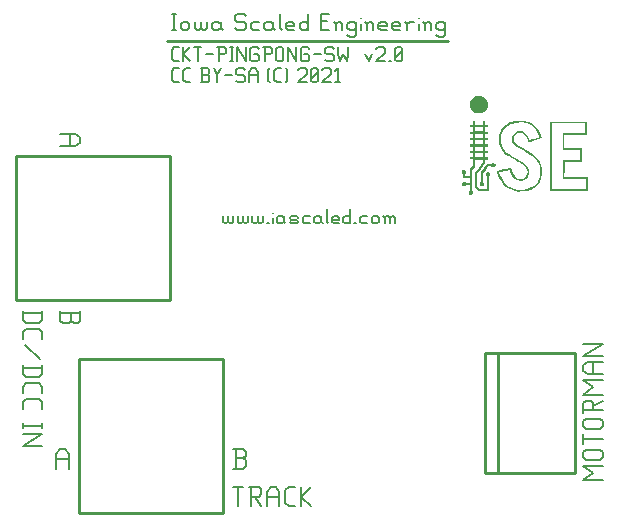
<source format=gbr>
G04 start of page 8 for group -4079 idx -4079 *
G04 Title: (unknown), topsilk *
G04 Creator: pcb 4.0.2 *
G04 CreationDate: Mon Jan 25 18:16:20 2021 UTC *
G04 For: ndholmes *
G04 Format: Gerber/RS-274X *
G04 PCB-Dimensions (mil): 2000.00 2000.00 *
G04 PCB-Coordinate-Origin: lower left *
%MOIN*%
%FSLAX25Y25*%
%LNTOPSILK*%
%ADD49C,0.0065*%
%ADD48C,0.0070*%
%ADD47C,0.0060*%
%ADD46C,0.0100*%
%ADD45C,0.0001*%
G54D45*G36*
X155934Y134825D02*X155049Y135112D01*
X154284Y135671D01*
X153736Y136403D01*
X153449Y137266D01*
X153411Y137906D01*
X153492Y138525D01*
X153802Y139290D01*
X154322Y139941D01*
X155169Y140516D01*
X156140Y140759D01*
X157149Y140672D01*
X158093Y140245D01*
X158646Y139740D01*
X159070Y139122D01*
X159303Y138438D01*
X159373Y137711D01*
X159265Y136984D01*
X158999Y136311D01*
X158592Y135763D01*
X158077Y135318D01*
X157475Y134998D01*
X156824Y134825D01*
X156373Y134803D01*
X155934Y134825D01*
G37*
G36*
X157100Y110666D02*X156818Y110855D01*
X156639Y111143D01*
X156634Y111577D01*
X156861Y111930D01*
X156992Y112022D01*
X157003Y112483D01*
X157008Y113595D01*
Y115169D01*
X158104Y116547D01*
X159194Y117930D01*
X160524D01*
X160610Y118050D01*
X160838Y118245D01*
X160990Y118310D01*
X161196Y118321D01*
X161397Y118315D01*
X161549Y118245D01*
X161771Y118055D01*
X161907Y117811D01*
X161923Y117529D01*
X161858Y117257D01*
X161582Y116970D01*
X161196Y116856D01*
X160638Y117105D01*
X160513Y117241D01*
X159525D01*
X158608Y116086D01*
X157697Y114930D01*
Y112033D01*
X157800Y111962D01*
X158060Y111566D01*
X158028Y111067D01*
X157643Y110693D01*
X157100Y110660D01*
Y110666D01*
G37*
G36*
X179963Y120578D02*X180603Y120583D01*
X180597Y109684D01*
X192023D01*
Y112841D01*
X184249D01*
Y119362D01*
X189934D01*
Y122531D01*
X184249D01*
Y128314D01*
X191709D01*
Y131483D01*
X180614D01*
X180603Y120583D01*
X179963Y120578D01*
Y132107D01*
X192343D01*
Y127696D01*
X184883D01*
Y123176D01*
X190564D01*
Y118766D01*
X184900D01*
X184889Y116134D01*
X184883Y113503D01*
X192647D01*
Y109065D01*
X179963D01*
Y120578D01*
G37*
G36*
X169378Y108772D02*X167560Y109114D01*
X165976Y109836D01*
X164869Y110714D01*
X163925Y111821D01*
X163063Y113384D01*
X162417Y115239D01*
X162319Y115608D01*
X164739Y116124D01*
X165672Y116324D01*
X166448Y116487D01*
X166974Y116590D01*
X167175Y116623D01*
X167229Y116411D01*
X167278Y116161D01*
X167360Y115825D01*
X167723Y114800D01*
X168238Y113975D01*
X168884Y113367D01*
X169655Y113004D01*
X169893Y112961D01*
X170289Y112944D01*
X170680Y112961D01*
X170935Y113004D01*
X171955Y113590D01*
X172514Y114626D01*
X172568Y115255D01*
X172514Y115852D01*
X173116Y116026D01*
X173154Y114610D01*
X172796Y113660D01*
X172166Y112928D01*
X171309Y112467D01*
X170273Y112299D01*
X168944Y112602D01*
X167875Y113427D01*
X167083Y114670D01*
X166882Y115196D01*
X166736Y115700D01*
X166687Y115869D01*
X166638Y115885D01*
X166486Y115858D01*
X166128Y115782D01*
X165602Y115668D01*
X164972Y115532D01*
X163822Y115288D01*
X163285Y115169D01*
X163122Y115120D01*
Y115087D01*
X163171Y114903D01*
X163296Y114534D01*
X163442Y114127D01*
X163567Y113801D01*
X164565Y112022D01*
X165851Y110693D01*
X167425Y109825D01*
X169296Y109407D01*
X169692Y109396D01*
X170240D01*
X170788Y109412D01*
X171211Y109445D01*
X172541Y109700D01*
X173702Y110134D01*
X174602Y110666D01*
X175356Y111322D01*
X175959Y112103D01*
X176425Y113009D01*
X176653Y113704D01*
X176810Y114490D01*
X176859Y115445D01*
X176810Y116379D01*
X176583Y117366D01*
X176225Y118256D01*
X175704Y119075D01*
X175020Y119856D01*
X174320Y120502D01*
X173512Y121099D01*
X172438Y121760D01*
X170946Y122590D01*
X169801Y123225D01*
X169009Y123703D01*
X168456Y124104D01*
X168027Y124506D01*
X167479Y125292D01*
X167311Y126160D01*
X167457Y127202D01*
X167891Y128016D01*
X168596Y128580D01*
X169551Y128862D01*
X170132Y128879D01*
X170707Y128813D01*
X171477Y128520D01*
X172145Y127994D01*
X172720Y127229D01*
X173214Y126209D01*
X173300Y126009D01*
X173360Y125965D01*
X173523Y126014D01*
X173902Y126117D01*
X174412Y126269D01*
X174998Y126437D01*
X175574Y126605D01*
X176073Y126757D01*
X176431Y126860D01*
X176572Y126904D01*
X176545Y127028D01*
X176458Y127305D01*
X176333Y127647D01*
X176214Y127962D01*
X175536Y129177D01*
X174646Y130181D01*
X173572Y130956D01*
X172318Y131483D01*
X170561Y131786D01*
X168640Y131700D01*
X166893Y131239D01*
X165493Y130403D01*
X164793Y129676D01*
X164251Y128792D01*
X163882Y127766D01*
X163681Y126616D01*
X163654Y125840D01*
X163692Y125130D01*
X163931Y124148D01*
X164370Y123242D01*
X165010Y122401D01*
X165873Y121609D01*
X166415Y121202D01*
X167045Y120789D01*
X167848Y120312D01*
X168933Y119704D01*
X169660Y119303D01*
X170202Y118994D01*
X170626Y118739D01*
X171000Y118500D01*
X172432Y117290D01*
X173116Y116026D01*
X172514Y115852D01*
X171917Y116921D01*
X170658Y117968D01*
X170295Y118201D01*
X169888Y118446D01*
X169372Y118739D01*
X168678Y119118D01*
X167300Y119894D01*
X166285Y120523D01*
X165510Y121088D01*
X164853Y121668D01*
X164104Y122509D01*
X163567Y123393D01*
X163149Y124576D01*
X163019Y125889D01*
X163111Y127175D01*
X163404Y128374D01*
X164164Y129898D01*
X165325Y131081D01*
X166855Y131906D01*
X168727Y132345D01*
X170186Y132427D01*
X171570Y132302D01*
X172845Y131976D01*
X173984Y131450D01*
X175123Y130604D01*
X176062Y129519D01*
X176789Y128217D01*
X177282Y126714D01*
X177342Y126459D01*
X175140Y125819D01*
X174277Y125575D01*
X173572Y125374D01*
X173094Y125244D01*
X172915Y125200D01*
X172839Y125401D01*
X172611Y126003D01*
X172351Y126578D01*
X171591Y127647D01*
X170642Y128179D01*
X170007Y128244D01*
X169356Y128195D01*
X168499Y127723D01*
X168162Y127262D01*
X167978Y126665D01*
X167940Y126182D01*
X167978Y125770D01*
X168325Y125119D01*
X169052Y124451D01*
X169405Y124207D01*
X169844Y123931D01*
X170419Y123605D01*
X171190Y123182D01*
X172058Y122710D01*
X172741Y122325D01*
X173300Y121994D01*
X173778Y121685D01*
X175004Y120757D01*
X175970Y119769D01*
X176697Y118717D01*
X177185Y117577D01*
X177461Y116205D01*
X177467Y114773D01*
X177212Y113373D01*
X176702Y112109D01*
X175905Y110991D01*
X174863Y110080D01*
X173593Y109402D01*
X172128Y108957D01*
X170750Y108783D01*
X169378Y108778D01*
Y108772D01*
G37*
G36*
X153536Y107752D02*X153140Y108023D01*
X153004Y108468D01*
X153058Y108783D01*
X153254Y109033D01*
X153384Y109147D01*
Y111029D01*
X152711D01*
X152234Y111024D01*
X152038Y111007D01*
X151946Y110883D01*
X151593Y110660D01*
X151165D01*
X150866Y110850D01*
X150682Y111143D01*
X150655Y111474D01*
X150763Y111767D01*
X150980Y111989D01*
X151295Y112109D01*
X151675Y112055D01*
X151984Y111816D01*
X152049Y111718D01*
X152717D01*
X153384Y111713D01*
Y113210D01*
X151051D01*
Y113943D01*
X151046Y114670D01*
X150948Y114740D01*
X150780Y114919D01*
X150671Y115136D01*
X150682Y115570D01*
X150866Y115858D01*
X151154Y116037D01*
X151490Y116069D01*
X151783Y115966D01*
X152006Y115744D01*
X152125Y115424D01*
X152071Y115049D01*
X151832Y114740D01*
X151735Y114670D01*
Y113894D01*
X153384D01*
Y116199D01*
X153850Y116791D01*
X154322Y117382D01*
Y119449D01*
X153411D01*
Y120236D01*
X157795D01*
Y121609D01*
X154979D01*
Y120236D01*
X154322D01*
Y121609D01*
X153411D01*
Y122368D01*
X154312D01*
Y123735D01*
X154995Y123762D01*
X154990Y123100D01*
X154984Y122629D01*
X154995Y122411D01*
X155060Y122401D01*
X155283Y122390D01*
X155717Y122384D01*
X156400Y122379D01*
X157795D01*
Y123762D01*
X154995D01*
X154312Y123735D01*
X153411D01*
Y124495D01*
X154322D01*
X154979Y124522D01*
X157795D01*
Y125895D01*
X154979D01*
Y124522D01*
X154322Y124495D01*
Y125867D01*
X153411D01*
Y126627D01*
X154312D01*
X154322Y128005D01*
X154979Y128048D01*
Y127370D01*
X154984Y126887D01*
X155001Y126670D01*
X155413Y126660D01*
X156400Y126654D01*
X157784D01*
X157789Y127343D01*
Y127359D01*
X157800Y128048D01*
X154979D01*
X154322Y128005D01*
X153411D01*
Y128765D01*
X154312D01*
Y130137D01*
X154995Y130191D01*
X154990Y129535D01*
X154984Y129058D01*
X154995Y128840D01*
X155060Y128830D01*
X155283Y128819D01*
X155717Y128813D01*
X156400Y128808D01*
X157800D01*
X157789Y129502D01*
X157784Y130191D01*
X154995D01*
X154312Y130137D01*
X153411D01*
Y130897D01*
X154322D01*
Y132139D01*
X154979D01*
Y130897D01*
X157795D01*
Y132139D01*
X158484D01*
Y130897D01*
X159395D01*
Y130137D01*
X158484D01*
Y128737D01*
X159395D01*
Y127978D01*
X158484D01*
Y126584D01*
X159395D01*
Y125824D01*
X158484D01*
Y124451D01*
X159395D01*
Y123692D01*
X158484D01*
Y122298D01*
X159395D01*
Y121538D01*
X158484D01*
Y120165D01*
X159395D01*
Y119379D01*
X158484D01*
X158478Y118793D01*
Y118201D01*
X157062Y116411D01*
X155641Y114626D01*
Y110617D01*
X156617Y109640D01*
X159037D01*
Y111762D01*
X159032Y112586D01*
Y113259D01*
X159026Y113715D01*
X159021Y113877D01*
X158896Y113970D01*
X158652Y114436D01*
X158787Y114952D01*
X159363Y115261D01*
X159965Y114990D01*
X160122Y114425D01*
X159824Y113915D01*
X159726Y113845D01*
Y108957D01*
X156335D01*
X154979Y110313D01*
Y114887D01*
X156389Y116666D01*
X157795Y118446D01*
Y119384D01*
X154979D01*
Y117046D01*
X154067Y115896D01*
Y109065D01*
X154133Y109033D01*
X154312Y108864D01*
X154442Y108631D01*
X154409Y108116D01*
X154062Y107736D01*
X153796Y107676D01*
X153536Y107687D01*
Y107752D01*
G37*
G54D46*X146000Y159000D02*X52500D01*
G54D47*X54819Y152150D02*X56340D01*
X54000Y152969D02*X54819Y152150D01*
X54000Y156011D02*Y152969D01*
Y156011D02*X54819Y156830D01*
X56340D01*
X57744D02*Y152150D01*
Y154490D02*X60084Y156830D01*
X57744Y154490D02*X60084Y152150D01*
X61488Y156830D02*X63828D01*
X62658D02*Y152150D01*
X65232Y154490D02*X67572D01*
X69561Y156830D02*Y152150D01*
X68976Y156830D02*X71316D01*
X71901Y156245D01*
Y155075D01*
X71316Y154490D02*X71901Y155075D01*
X69561Y154490D02*X71316D01*
X73305Y156830D02*X74475D01*
X73890D02*Y152150D01*
X73305D02*X74475D01*
X75879Y156830D02*Y152150D01*
Y156830D02*X78804Y152150D01*
Y156830D02*Y152150D01*
X82548Y156830D02*X83133Y156245D01*
X80793Y156830D02*X82548D01*
X80208Y156245D02*X80793Y156830D01*
X80208Y156245D02*Y152735D01*
X80793Y152150D01*
X82548D01*
X83133Y152735D01*
Y153905D02*Y152735D01*
X82548Y154490D02*X83133Y153905D01*
X81378Y154490D02*X82548D01*
X85122Y156830D02*Y152150D01*
X84537Y156830D02*X86877D01*
X87462Y156245D01*
Y155075D01*
X86877Y154490D02*X87462Y155075D01*
X85122Y154490D02*X86877D01*
X88866Y156245D02*Y152735D01*
Y156245D02*X89451Y156830D01*
X90621D01*
X91206Y156245D01*
Y152735D01*
X90621Y152150D02*X91206Y152735D01*
X89451Y152150D02*X90621D01*
X88866Y152735D02*X89451Y152150D01*
X92610Y156830D02*Y152150D01*
Y156830D02*X95535Y152150D01*
Y156830D02*Y152150D01*
X99279Y156830D02*X99864Y156245D01*
X97524Y156830D02*X99279D01*
X96939Y156245D02*X97524Y156830D01*
X96939Y156245D02*Y152735D01*
X97524Y152150D01*
X99279D01*
X99864Y152735D01*
Y153905D02*Y152735D01*
X99279Y154490D02*X99864Y153905D01*
X98109Y154490D02*X99279D01*
X101268D02*X103608D01*
X107352Y156830D02*X107937Y156245D01*
X105597Y156830D02*X107352D01*
X105012Y156245D02*X105597Y156830D01*
X105012Y156245D02*Y155075D01*
X105597Y154490D01*
X107352D01*
X107937Y153905D01*
Y152735D01*
X107352Y152150D02*X107937Y152735D01*
X105597Y152150D02*X107352D01*
X105012Y152735D02*X105597Y152150D01*
X109341Y156830D02*Y154490D01*
X109926Y152150D01*
X111096Y154490D01*
X112266Y152150D01*
X112851Y154490D01*
Y156830D02*Y154490D01*
X118467D02*X119637Y152150D01*
X120807Y154490D02*X119637Y152150D01*
X122211Y156245D02*X122796Y156830D01*
X124551D01*
X125136Y156245D01*
Y155075D01*
X122211Y152150D02*X125136Y155075D01*
X122211Y152150D02*X125136D01*
X126540D02*X127125D01*
X128529Y152735D02*X129114Y152150D01*
X128529Y156245D02*Y152735D01*
Y156245D02*X129114Y156830D01*
X130284D01*
X130869Y156245D01*
Y152735D01*
X130284Y152150D02*X130869Y152735D01*
X129114Y152150D02*X130284D01*
X128529Y153320D02*X130869Y155660D01*
X54819Y145150D02*X56340D01*
X54000Y145969D02*X54819Y145150D01*
X54000Y149011D02*Y145969D01*
Y149011D02*X54819Y149830D01*
X56340D01*
X58563Y145150D02*X60084D01*
X57744Y145969D02*X58563Y145150D01*
X57744Y149011D02*Y145969D01*
Y149011D02*X58563Y149830D01*
X60084D01*
X63594Y145150D02*X65934D01*
X66519Y145735D01*
Y147139D02*Y145735D01*
X65934Y147724D02*X66519Y147139D01*
X64179Y147724D02*X65934D01*
X64179Y149830D02*Y145150D01*
X63594Y149830D02*X65934D01*
X66519Y149245D01*
Y148309D01*
X65934Y147724D02*X66519Y148309D01*
X67923Y149830D02*X69093Y147490D01*
X70263Y149830D01*
X69093Y147490D02*Y145150D01*
X71667Y147490D02*X74007D01*
X77751Y149830D02*X78336Y149245D01*
X75996Y149830D02*X77751D01*
X75411Y149245D02*X75996Y149830D01*
X75411Y149245D02*Y148075D01*
X75996Y147490D01*
X77751D01*
X78336Y146905D01*
Y145735D01*
X77751Y145150D02*X78336Y145735D01*
X75996Y145150D02*X77751D01*
X75411Y145735D02*X75996Y145150D01*
X79740Y148660D02*Y145150D01*
Y148660D02*X80559Y149830D01*
X81846D01*
X82665Y148660D01*
Y145150D01*
X79740Y147490D02*X82665D01*
X86175Y145735D02*X86760Y145150D01*
X86175Y149245D02*X86760Y149830D01*
X86175Y149245D02*Y145735D01*
X88983Y145150D02*X90504D01*
X88164Y145969D02*X88983Y145150D01*
X88164Y149011D02*Y145969D01*
Y149011D02*X88983Y149830D01*
X90504D01*
X91908D02*X92493Y149245D01*
Y145735D01*
X91908Y145150D02*X92493Y145735D01*
X96003Y149245D02*X96588Y149830D01*
X98343D01*
X98928Y149245D01*
Y148075D01*
X96003Y145150D02*X98928Y148075D01*
X96003Y145150D02*X98928D01*
X100332Y145735D02*X100917Y145150D01*
X100332Y149245D02*Y145735D01*
Y149245D02*X100917Y149830D01*
X102087D01*
X102672Y149245D01*
Y145735D01*
X102087Y145150D02*X102672Y145735D01*
X100917Y145150D02*X102087D01*
X100332Y146320D02*X102672Y148660D01*
X104076Y149245D02*X104661Y149830D01*
X106416D01*
X107001Y149245D01*
Y148075D01*
X104076Y145150D02*X107001Y148075D01*
X104076Y145150D02*X107001D01*
X108405Y148894D02*X109341Y149830D01*
Y145150D01*
X108405D02*X110160D01*
X54000Y168100D02*X55400D01*
X54700D02*Y162500D01*
X54000D02*X55400D01*
X57080Y164600D02*Y163200D01*
Y164600D02*X57780Y165300D01*
X59180D01*
X59880Y164600D01*
Y163200D01*
X59180Y162500D02*X59880Y163200D01*
X57780Y162500D02*X59180D01*
X57080Y163200D02*X57780Y162500D01*
X61560Y165300D02*Y163200D01*
X62260Y162500D01*
X62960D01*
X63660Y163200D01*
Y165300D02*Y163200D01*
X64360Y162500D01*
X65060D01*
X65760Y163200D01*
Y165300D02*Y163200D01*
X69540Y165300D02*X70240Y164600D01*
X68140Y165300D02*X69540D01*
X67440Y164600D02*X68140Y165300D01*
X67440Y164600D02*Y163200D01*
X68140Y162500D01*
X70240Y165300D02*Y163200D01*
X70940Y162500D01*
X68140D02*X69540D01*
X70240Y163200D01*
X77940Y168100D02*X78640Y167400D01*
X75840Y168100D02*X77940D01*
X75140Y167400D02*X75840Y168100D01*
X75140Y167400D02*Y166000D01*
X75840Y165300D01*
X77940D01*
X78640Y164600D01*
Y163200D01*
X77940Y162500D02*X78640Y163200D01*
X75840Y162500D02*X77940D01*
X75140Y163200D02*X75840Y162500D01*
X81020Y165300D02*X83120D01*
X80320Y164600D02*X81020Y165300D01*
X80320Y164600D02*Y163200D01*
X81020Y162500D01*
X83120D01*
X86900Y165300D02*X87600Y164600D01*
X85500Y165300D02*X86900D01*
X84800Y164600D02*X85500Y165300D01*
X84800Y164600D02*Y163200D01*
X85500Y162500D01*
X87600Y165300D02*Y163200D01*
X88300Y162500D01*
X85500D02*X86900D01*
X87600Y163200D01*
X89980Y168100D02*Y163200D01*
X90680Y162500D01*
X92780D02*X94880D01*
X92080Y163200D02*X92780Y162500D01*
X92080Y164600D02*Y163200D01*
Y164600D02*X92780Y165300D01*
X94180D01*
X94880Y164600D01*
X92080Y163900D02*X94880D01*
Y164600D02*Y163900D01*
X99360Y168100D02*Y162500D01*
X98660D02*X99360Y163200D01*
X97260Y162500D02*X98660D01*
X96560Y163200D02*X97260Y162500D01*
X96560Y164600D02*Y163200D01*
Y164600D02*X97260Y165300D01*
X98660D01*
X99360Y164600D01*
X103560Y165580D02*X105660D01*
X103560Y162500D02*X106360D01*
X103560Y168100D02*Y162500D01*
Y168100D02*X106360D01*
X108740Y164600D02*Y162500D01*
Y164600D02*X109440Y165300D01*
X110140D01*
X110840Y164600D01*
Y162500D01*
X108040Y165300D02*X108740Y164600D01*
X114620Y165300D02*X115320Y164600D01*
X113220Y165300D02*X114620D01*
X112520Y164600D02*X113220Y165300D01*
X112520Y164600D02*Y163200D01*
X113220Y162500D01*
X114620D01*
X115320Y163200D01*
X112520Y161100D02*X113220Y160400D01*
X114620D01*
X115320Y161100D01*
Y165300D02*Y161100D01*
G54D48*X117000Y166700D02*Y166560D01*
G54D47*Y164600D02*Y162500D01*
X119100Y164600D02*Y162500D01*
Y164600D02*X119800Y165300D01*
X120500D01*
X121200Y164600D01*
Y162500D01*
X118400Y165300D02*X119100Y164600D01*
X123580Y162500D02*X125680D01*
X122880Y163200D02*X123580Y162500D01*
X122880Y164600D02*Y163200D01*
Y164600D02*X123580Y165300D01*
X124980D01*
X125680Y164600D01*
X122880Y163900D02*X125680D01*
Y164600D02*Y163900D01*
X128060Y162500D02*X130160D01*
X127360Y163200D02*X128060Y162500D01*
X127360Y164600D02*Y163200D01*
Y164600D02*X128060Y165300D01*
X129460D01*
X130160Y164600D01*
X127360Y163900D02*X130160D01*
Y164600D02*Y163900D01*
X132540Y164600D02*Y162500D01*
Y164600D02*X133240Y165300D01*
X134640D01*
X131840D02*X132540Y164600D01*
G54D48*X136320Y166700D02*Y166560D01*
G54D47*Y164600D02*Y162500D01*
X138420Y164600D02*Y162500D01*
Y164600D02*X139120Y165300D01*
X139820D01*
X140520Y164600D01*
Y162500D01*
X137720Y165300D02*X138420Y164600D01*
X144300Y165300D02*X145000Y164600D01*
X142900Y165300D02*X144300D01*
X142200Y164600D02*X142900Y165300D01*
X142200Y164600D02*Y163200D01*
X142900Y162500D01*
X144300D01*
X145000Y163200D01*
X142200Y161100D02*X142900Y160400D01*
X144300D01*
X145000Y161100D01*
Y165300D02*Y161100D01*
G54D49*X191130Y12500D02*X197650D01*
X191130D02*X194390Y14945D01*
X191130Y17390D01*
X197650D01*
X191945Y19346D02*X196835D01*
X191945D02*X191130Y20161D01*
Y21791D02*Y20161D01*
Y21791D02*X191945Y22606D01*
X196835D01*
X197650Y21791D02*X196835Y22606D01*
X197650Y21791D02*Y20161D01*
X196835Y19346D02*X197650Y20161D01*
X191130Y27822D02*Y24562D01*
Y26192D02*X197650D01*
X191945Y29778D02*X196835D01*
X191945D02*X191130Y30593D01*
Y32223D02*Y30593D01*
Y32223D02*X191945Y33038D01*
X196835D01*
X197650Y32223D02*X196835Y33038D01*
X197650Y32223D02*Y30593D01*
X196835Y29778D02*X197650Y30593D01*
X191130Y38254D02*Y34994D01*
Y38254D02*X191945Y39069D01*
X193575D01*
X194390Y38254D02*X193575Y39069D01*
X194390Y38254D02*Y35809D01*
X191130D02*X197650D01*
X194390Y37113D02*X197650Y39069D01*
X191130Y41025D02*X197650D01*
X191130D02*X194390Y43470D01*
X191130Y45915D01*
X197650D01*
X192760Y47871D02*X197650D01*
X192760D02*X191130Y49012D01*
Y50805D02*Y49012D01*
Y50805D02*X192760Y51946D01*
X197650D01*
X194390D02*Y47871D01*
X191130Y53902D02*X197650D01*
X191130D02*X197650Y57977D01*
X191130D02*X197650D01*
X15500Y21240D02*Y16350D01*
Y21240D02*X16641Y22870D01*
X18434D01*
X19575Y21240D01*
Y16350D01*
X15500Y19610D02*X19575D01*
X74500Y16350D02*X77760D01*
X78575Y17165D01*
Y19121D02*Y17165D01*
X77760Y19936D02*X78575Y19121D01*
X75315Y19936D02*X77760D01*
X75315Y22870D02*Y16350D01*
X74500Y22870D02*X77760D01*
X78575Y22055D01*
Y20751D01*
X77760Y19936D02*X78575Y20751D01*
X74500Y10370D02*X77760D01*
X76130D02*Y3850D01*
X79716Y10370D02*X82976D01*
X83791Y9555D01*
Y7925D01*
X82976Y7110D02*X83791Y7925D01*
X80531Y7110D02*X82976D01*
X80531Y10370D02*Y3850D01*
X81835Y7110D02*X83791Y3850D01*
X85747Y8740D02*Y3850D01*
Y8740D02*X86888Y10370D01*
X88681D01*
X89822Y8740D01*
Y3850D01*
X85747Y7110D02*X89822D01*
X92919Y3850D02*X95038D01*
X91778Y4991D02*X92919Y3850D01*
X91778Y9229D02*Y4991D01*
Y9229D02*X92919Y10370D01*
X95038D01*
X96994D02*Y3850D01*
Y7110D02*X100254Y10370D01*
X96994Y7110D02*X100254Y3850D01*
G54D47*X71000Y100490D02*Y98735D01*
X71585Y98150D01*
X72170D01*
X72755Y98735D01*
Y100490D02*Y98735D01*
X73340Y98150D01*
X73925D01*
X74510Y98735D01*
Y100490D02*Y98735D01*
X75914Y100490D02*Y98735D01*
X76499Y98150D01*
X77084D01*
X77669Y98735D01*
Y100490D02*Y98735D01*
X78254Y98150D01*
X78839D01*
X79424Y98735D01*
Y100490D02*Y98735D01*
X80828Y100490D02*Y98735D01*
X81413Y98150D01*
X81998D01*
X82583Y98735D01*
Y100490D02*Y98735D01*
X83168Y98150D01*
X83753D01*
X84338Y98735D01*
Y100490D02*Y98735D01*
X85742Y98150D02*X86327D01*
X87731Y101660D02*Y101543D01*
Y99905D02*Y98150D01*
X90656Y100490D02*X91241Y99905D01*
X89486Y100490D02*X90656D01*
X88901Y99905D02*X89486Y100490D01*
X88901Y99905D02*Y98735D01*
X89486Y98150D01*
X91241Y100490D02*Y98735D01*
X91826Y98150D01*
X89486D02*X90656D01*
X91241Y98735D01*
X93815Y98150D02*X95570D01*
X96155Y98735D01*
X95570Y99320D02*X96155Y98735D01*
X93815Y99320D02*X95570D01*
X93230Y99905D02*X93815Y99320D01*
X93230Y99905D02*X93815Y100490D01*
X95570D01*
X96155Y99905D01*
X93230Y98735D02*X93815Y98150D01*
X98144Y100490D02*X99899D01*
X97559Y99905D02*X98144Y100490D01*
X97559Y99905D02*Y98735D01*
X98144Y98150D01*
X99899D01*
X103058Y100490D02*X103643Y99905D01*
X101888Y100490D02*X103058D01*
X101303Y99905D02*X101888Y100490D01*
X101303Y99905D02*Y98735D01*
X101888Y98150D01*
X103643Y100490D02*Y98735D01*
X104228Y98150D01*
X101888D02*X103058D01*
X103643Y98735D01*
X105632Y102830D02*Y98735D01*
X106217Y98150D01*
X107972D02*X109727D01*
X107387Y98735D02*X107972Y98150D01*
X107387Y99905D02*Y98735D01*
Y99905D02*X107972Y100490D01*
X109142D01*
X109727Y99905D01*
X107387Y99320D02*X109727D01*
Y99905D02*Y99320D01*
X113471Y102830D02*Y98150D01*
X112886D02*X113471Y98735D01*
X111716Y98150D02*X112886D01*
X111131Y98735D02*X111716Y98150D01*
X111131Y99905D02*Y98735D01*
Y99905D02*X111716Y100490D01*
X112886D01*
X113471Y99905D01*
X114875Y98150D02*X115460D01*
X117449Y100490D02*X119204D01*
X116864Y99905D02*X117449Y100490D01*
X116864Y99905D02*Y98735D01*
X117449Y98150D01*
X119204D01*
X120608Y99905D02*Y98735D01*
Y99905D02*X121193Y100490D01*
X122363D01*
X122948Y99905D01*
Y98735D01*
X122363Y98150D02*X122948Y98735D01*
X121193Y98150D02*X122363D01*
X120608Y98735D02*X121193Y98150D01*
X124937Y99905D02*Y98150D01*
Y99905D02*X125522Y100490D01*
X126107D01*
X126692Y99905D01*
Y98150D01*
Y99905D02*X127277Y100490D01*
X127862D01*
X128447Y99905D01*
Y98150D01*
X124352Y100490D02*X124937Y99905D01*
G54D49*X16850Y69000D02*Y65740D01*
X17665Y64925D01*
X19621D01*
X20436Y65740D02*X19621Y64925D01*
X20436Y68185D02*Y65740D01*
X16850Y68185D02*X23370D01*
Y69000D02*Y65740D01*
X22555Y64925D01*
X21251D02*X22555D01*
X20436Y65740D02*X21251Y64925D01*
X16850Y128000D02*X21740D01*
X23370Y126859D01*
Y125066D01*
X21740Y123925D01*
X16850D02*X21740D01*
X20110Y128000D02*Y123925D01*
X4350Y68185D02*X10870D01*
Y66066D02*X9729Y64925D01*
X5491D02*X9729D01*
X4350Y66066D02*X5491Y64925D01*
X4350Y69000D02*Y66066D01*
X10870Y69000D02*Y66066D01*
X4350Y61828D02*Y59709D01*
X5491Y62969D02*X4350Y61828D01*
X5491Y62969D02*X9729D01*
X10870Y61828D01*
Y59709D01*
X5165Y57753D02*X10055Y52863D01*
X4350Y50092D02*X10870D01*
Y47973D02*X9729Y46832D01*
X5491D02*X9729D01*
X4350Y47973D02*X5491Y46832D01*
X4350Y50907D02*Y47973D01*
X10870Y50907D02*Y47973D01*
X4350Y43735D02*Y41616D01*
X5491Y44876D02*X4350Y43735D01*
X5491Y44876D02*X9729D01*
X10870Y43735D01*
Y41616D01*
X4350Y38519D02*Y36400D01*
X5491Y39660D02*X4350Y38519D01*
X5491Y39660D02*X9729D01*
X10870Y38519D01*
Y36400D01*
Y31510D02*Y29880D01*
X4350Y30695D02*X10870D01*
X4350Y31510D02*Y29880D01*
Y27924D02*X10870D01*
X4350Y23849D01*
X10870D01*
G54D46*X2130Y120516D02*X53311D01*
Y72484D01*
X2130D02*X53311D01*
X2130Y120516D02*Y72484D01*
X22984Y52811D02*Y1630D01*
Y52811D02*X71016D01*
Y1630D01*
X22984D02*X71016D01*
X188300Y55000D02*Y15000D01*
X158300Y55000D02*Y15000D01*
X162700Y55000D02*Y15000D01*
X158300D02*X188300D01*
X158300Y55000D02*X188300D01*
M02*

</source>
